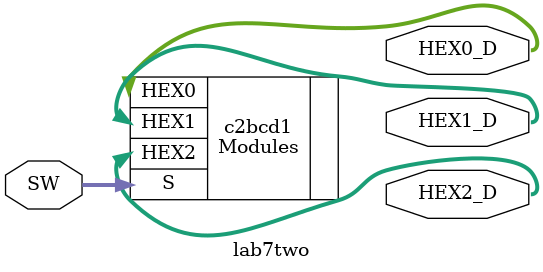
<source format=v>
`include "../../vmodules/Modules.v"
module lab7two (input [7:0] SW ,output [6:0] HEX0_D ,output [6:0] HEX1_D ,output [6:0] HEX2_D);
Modules c2bcd1 (.S(SW[7:0]) ,.HEX0(HEX0_D[6:0]),.HEX1(HEX1_D[6:0]),.HEX2(HEX2_D[6:0]));
//bcd axe (.BCD(converted_BCD[3:0]) , .HEX0(HEX0_D));
//bcd axes (.BCD(converted_BCD [7:4]) , .HEX1(HEX1_D));
//bcd baxes (.BCD(converted_BCD [11:8]) , .HEX2(HEX2_D));
endmodule 

</source>
